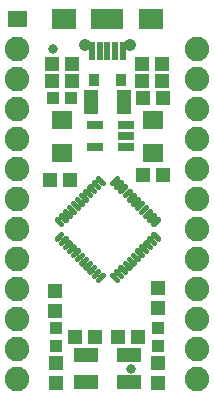
<source format=gts>
G04 EAGLE Gerber RS-274X export*
G75*
%MOMM*%
%FSLAX34Y34*%
%LPD*%
%INSoldermask Top*%
%IPPOS*%
%AMOC8*
5,1,8,0,0,1.08239X$1,22.5*%
G01*
%ADD10R,1.203200X1.303200*%
%ADD11R,1.803200X1.603200*%
%ADD12R,1.303200X1.203200*%
%ADD13R,1.003200X1.003200*%
%ADD14R,1.403200X0.753200*%
%ADD15C,2.082800*%
%ADD16C,0.457909*%
%ADD17R,2.103200X1.303200*%
%ADD18R,0.603200X1.603200*%
%ADD19C,1.053200*%
%ADD20R,2.000000X1.700000*%
%ADD21R,2.700000X1.700000*%
%ADD22C,0.838200*%
%ADD23R,1.203200X2.003200*%
%ADD24R,0.833200X1.033200*%
%ADD25R,0.838200X1.473200*%


D10*
X44577Y70240D03*
X44577Y87240D03*
D11*
X50673Y204516D03*
X50673Y232516D03*
D12*
X42173Y264998D03*
X59173Y264998D03*
D13*
X58173Y251054D03*
X43173Y251054D03*
D12*
X42300Y279400D03*
X59300Y279400D03*
D10*
X132080Y72780D03*
X132080Y89780D03*
D12*
X135881Y185572D03*
X118881Y185572D03*
D10*
X132080Y9280D03*
X132080Y26280D03*
D13*
X132080Y40760D03*
X132080Y55760D03*
D14*
X104365Y209042D03*
X104365Y218542D03*
X104365Y228042D03*
X78363Y228042D03*
X78363Y209042D03*
D11*
X127229Y204034D03*
X127229Y232034D03*
D15*
X165100Y292100D03*
X165100Y266700D03*
X165100Y241300D03*
X165100Y215900D03*
X165100Y190500D03*
X165100Y165100D03*
X165100Y139700D03*
X165100Y114300D03*
X165100Y88900D03*
X165100Y63500D03*
X165100Y38100D03*
X165100Y12700D03*
X12700Y12700D03*
X12700Y38100D03*
X12700Y63500D03*
X12700Y88900D03*
X12700Y114300D03*
X12700Y139700D03*
X12700Y165100D03*
X12700Y190500D03*
X12700Y215900D03*
X12700Y241300D03*
X12700Y266700D03*
X12700Y292100D03*
D16*
X80971Y182811D02*
X84826Y178956D01*
X84505Y178635D01*
X80650Y182490D01*
X80971Y182811D01*
X77485Y179325D02*
X81340Y175470D01*
X81019Y175149D01*
X77164Y179004D01*
X77485Y179325D01*
X73998Y175839D02*
X77853Y171984D01*
X77532Y171663D01*
X73677Y175518D01*
X73998Y175839D01*
X70512Y172353D02*
X74367Y168498D01*
X74046Y168177D01*
X70191Y172032D01*
X70512Y172353D01*
X67026Y168867D02*
X70881Y165012D01*
X70560Y164691D01*
X66705Y168546D01*
X67026Y168867D01*
X63540Y165381D02*
X67395Y161526D01*
X67074Y161205D01*
X63219Y165060D01*
X63540Y165381D01*
X59733Y161574D02*
X63588Y157719D01*
X59733Y161574D02*
X60054Y161895D01*
X63909Y158040D01*
X63588Y157719D01*
X60102Y154233D02*
X56247Y158088D01*
X56568Y158409D01*
X60423Y154554D01*
X60102Y154233D01*
X56616Y150747D02*
X52761Y154602D01*
X53082Y154923D01*
X56937Y151068D01*
X56616Y150747D01*
X53130Y147260D02*
X49275Y151115D01*
X49596Y151436D01*
X53451Y147581D01*
X53130Y147260D01*
X49644Y143774D02*
X45789Y147629D01*
X46110Y147950D01*
X49965Y144095D01*
X49644Y143774D01*
X49644Y135626D02*
X45789Y131771D01*
X49644Y135626D02*
X49965Y135305D01*
X46110Y131450D01*
X45789Y131771D01*
X49275Y128285D02*
X53130Y132140D01*
X53451Y131819D01*
X49596Y127964D01*
X49275Y128285D01*
X52761Y124798D02*
X56616Y128653D01*
X56937Y128332D01*
X53082Y124477D01*
X52761Y124798D01*
X56247Y121312D02*
X60102Y125167D01*
X60423Y124846D01*
X56568Y120991D01*
X56247Y121312D01*
X59733Y117826D02*
X63588Y121681D01*
X63909Y121360D01*
X60054Y117505D01*
X59733Y117826D01*
X63219Y114340D02*
X67074Y118195D01*
X67395Y117874D01*
X63540Y114019D01*
X63219Y114340D01*
X67026Y110533D02*
X70881Y114388D01*
X67026Y110533D02*
X66705Y110854D01*
X70560Y114709D01*
X70881Y114388D01*
X74367Y110902D02*
X70512Y107047D01*
X70191Y107368D01*
X74046Y111223D01*
X74367Y110902D01*
X77853Y107416D02*
X73998Y103561D01*
X73677Y103882D01*
X77532Y107737D01*
X77853Y107416D01*
X81340Y103930D02*
X77485Y100075D01*
X77164Y100396D01*
X81019Y104251D01*
X81340Y103930D01*
X84826Y100444D02*
X80971Y96589D01*
X80650Y96910D01*
X84505Y100765D01*
X84826Y100444D01*
X92974Y100444D02*
X96829Y96589D01*
X92974Y100444D02*
X93295Y100765D01*
X97150Y96910D01*
X96829Y96589D01*
X100315Y100075D02*
X96460Y103930D01*
X96781Y104251D01*
X100636Y100396D01*
X100315Y100075D01*
X103802Y103561D02*
X99947Y107416D01*
X100268Y107737D01*
X104123Y103882D01*
X103802Y103561D01*
X107288Y107047D02*
X103433Y110902D01*
X103754Y111223D01*
X107609Y107368D01*
X107288Y107047D01*
X110774Y110533D02*
X106919Y114388D01*
X107240Y114709D01*
X111095Y110854D01*
X110774Y110533D01*
X114260Y114019D02*
X110405Y117874D01*
X110726Y118195D01*
X114581Y114340D01*
X114260Y114019D01*
X118067Y117826D02*
X114212Y121681D01*
X118067Y117826D02*
X117746Y117505D01*
X113891Y121360D01*
X114212Y121681D01*
X117698Y125167D02*
X121553Y121312D01*
X121232Y120991D01*
X117377Y124846D01*
X117698Y125167D01*
X121184Y128653D02*
X125039Y124798D01*
X124718Y124477D01*
X120863Y128332D01*
X121184Y128653D01*
X124670Y132140D02*
X128525Y128285D01*
X128204Y127964D01*
X124349Y131819D01*
X124670Y132140D01*
X128156Y135626D02*
X132011Y131771D01*
X131690Y131450D01*
X127835Y135305D01*
X128156Y135626D01*
X128156Y143774D02*
X132011Y147629D01*
X128156Y143774D02*
X127835Y144095D01*
X131690Y147950D01*
X132011Y147629D01*
X128525Y151115D02*
X124670Y147260D01*
X124349Y147581D01*
X128204Y151436D01*
X128525Y151115D01*
X125039Y154602D02*
X121184Y150747D01*
X120863Y151068D01*
X124718Y154923D01*
X125039Y154602D01*
X121553Y158088D02*
X117698Y154233D01*
X117377Y154554D01*
X121232Y158409D01*
X121553Y158088D01*
X118067Y161574D02*
X114212Y157719D01*
X113891Y158040D01*
X117746Y161895D01*
X118067Y161574D01*
X114581Y165060D02*
X110726Y161205D01*
X110405Y161526D01*
X114260Y165381D01*
X114581Y165060D01*
X110774Y168867D02*
X106919Y165012D01*
X110774Y168867D02*
X111095Y168546D01*
X107240Y164691D01*
X106919Y165012D01*
X103433Y168498D02*
X107288Y172353D01*
X107609Y172032D01*
X103754Y168177D01*
X103433Y168498D01*
X99947Y171984D02*
X103802Y175839D01*
X104123Y175518D01*
X100268Y171663D01*
X99947Y171984D01*
X96460Y175470D02*
X100315Y179325D01*
X100636Y179004D01*
X96781Y175149D01*
X96460Y175470D01*
X92974Y178956D02*
X96829Y182811D01*
X97150Y182490D01*
X93295Y178635D01*
X92974Y178956D01*
D17*
X70400Y10090D03*
X107400Y33090D03*
X70400Y33090D03*
X107400Y10090D03*
D12*
X115180Y48260D03*
X98180Y48260D03*
X78350Y48260D03*
X61350Y48260D03*
X57039Y181356D03*
X40039Y181356D03*
X135627Y250342D03*
X118627Y250342D03*
D10*
X45720Y9280D03*
X45720Y26280D03*
D13*
X45720Y40760D03*
X45720Y55760D03*
D12*
X135500Y264871D03*
X118500Y264871D03*
X135500Y279400D03*
X118500Y279400D03*
D18*
X88900Y290500D03*
X95400Y290500D03*
X101900Y290500D03*
X82400Y290500D03*
X75900Y290500D03*
D19*
X107900Y295500D03*
X69900Y295500D03*
D20*
X125740Y317500D03*
X52060Y317500D03*
D21*
X88900Y317500D03*
D22*
X109220Y21590D03*
X43180Y292100D03*
D23*
X102900Y247650D03*
X74900Y247650D03*
D24*
X100400Y265684D03*
X77400Y265684D03*
D25*
X16819Y317500D03*
X8581Y317500D03*
M02*

</source>
